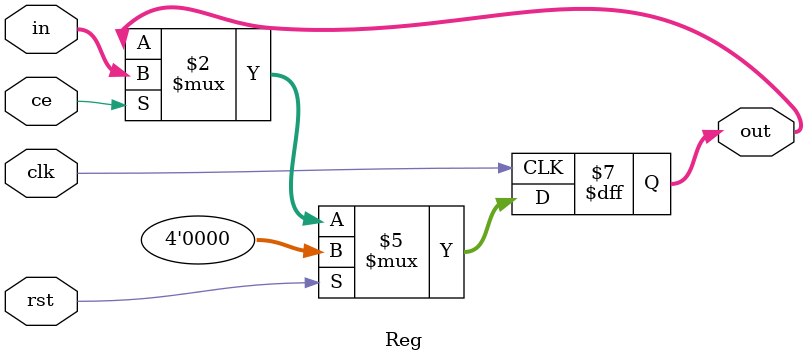
<source format=v>
`timescale 1ns / 1ps


module Reg
    #(parameter  WIDTH_IN=4,RSTTYPE="SYNC" )
    (
        output reg [WIDTH_IN-1:0] out,
        input  [WIDTH_IN-1:0] in,
        input clk,rst,ce
    );
    generate
        case (RSTTYPE)
            "SYNC":
                begin
                    always @(posedge clk) 
                    begin
                        if (rst) 
                            begin
                                out<=0;    
                            end
                        else
                            begin
                                if (ce) 
                                begin
                                    out<=in;    
                                end
                            end
                    end
                end
            "ASYNC":
                begin
                    always @(posedge clk,posedge rst) 
                    begin
                        if (rst) 
                            begin
                                out<=0;    
                            end
                        else
                            begin
                                if (ce) 
                                begin
                                    out<=in;    
                                end
                            end
                    end
                    
                end 
            default: 
             begin
                    always @(posedge clk) 
                    begin
                        if (rst) 
                            begin
                                out<=0;    
                            end
                        else
                            begin
                                if (ce) 
                                begin
                                    out<=in;    
                                end
                            end
                    end
                end
        endcase
    endgenerate
endmodule

</source>
